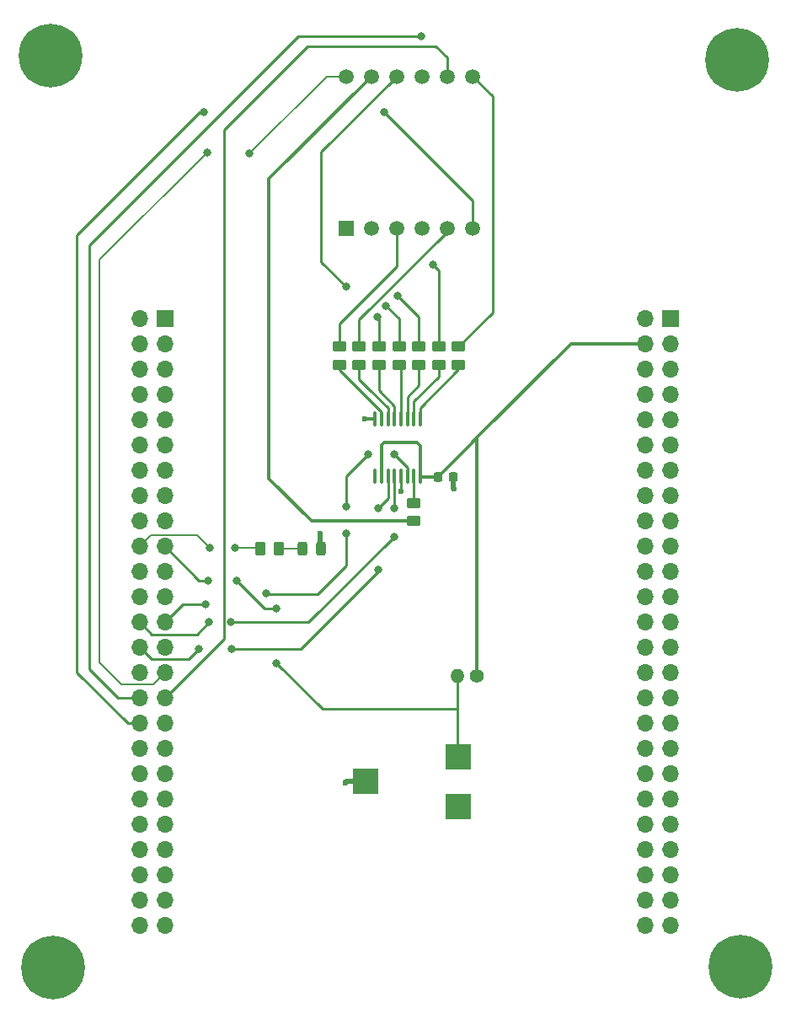
<source format=gbr>
%TF.GenerationSoftware,KiCad,Pcbnew,(7.0.0)*%
%TF.CreationDate,2023-06-01T01:21:07-06:00*%
%TF.ProjectId,FinalProject,46696e61-6c50-4726-9f6a-6563742e6b69,rev?*%
%TF.SameCoordinates,Original*%
%TF.FileFunction,Copper,L1,Top*%
%TF.FilePolarity,Positive*%
%FSLAX46Y46*%
G04 Gerber Fmt 4.6, Leading zero omitted, Abs format (unit mm)*
G04 Created by KiCad (PCBNEW (7.0.0)) date 2023-06-01 01:21:07*
%MOMM*%
%LPD*%
G01*
G04 APERTURE LIST*
G04 Aperture macros list*
%AMRoundRect*
0 Rectangle with rounded corners*
0 $1 Rounding radius*
0 $2 $3 $4 $5 $6 $7 $8 $9 X,Y pos of 4 corners*
0 Add a 4 corners polygon primitive as box body*
4,1,4,$2,$3,$4,$5,$6,$7,$8,$9,$2,$3,0*
0 Add four circle primitives for the rounded corners*
1,1,$1+$1,$2,$3*
1,1,$1+$1,$4,$5*
1,1,$1+$1,$6,$7*
1,1,$1+$1,$8,$9*
0 Add four rect primitives between the rounded corners*
20,1,$1+$1,$2,$3,$4,$5,0*
20,1,$1+$1,$4,$5,$6,$7,0*
20,1,$1+$1,$6,$7,$8,$9,0*
20,1,$1+$1,$8,$9,$2,$3,0*%
G04 Aperture macros list end*
%TA.AperFunction,ComponentPad*%
%ADD10O,1.400000X1.400000*%
%TD*%
%TA.AperFunction,ComponentPad*%
%ADD11C,1.400000*%
%TD*%
%TA.AperFunction,ComponentPad*%
%ADD12R,1.700000X1.700000*%
%TD*%
%TA.AperFunction,ComponentPad*%
%ADD13O,1.700000X1.700000*%
%TD*%
%TA.AperFunction,SMDPad,CuDef*%
%ADD14RoundRect,0.250000X0.450000X-0.262500X0.450000X0.262500X-0.450000X0.262500X-0.450000X-0.262500X0*%
%TD*%
%TA.AperFunction,SMDPad,CuDef*%
%ADD15RoundRect,0.250000X-0.450000X0.262500X-0.450000X-0.262500X0.450000X-0.262500X0.450000X0.262500X0*%
%TD*%
%TA.AperFunction,ComponentPad*%
%ADD16C,6.400000*%
%TD*%
%TA.AperFunction,SMDPad,CuDef*%
%ADD17RoundRect,0.225000X-0.225000X-0.250000X0.225000X-0.250000X0.225000X0.250000X-0.225000X0.250000X0*%
%TD*%
%TA.AperFunction,SMDPad,CuDef*%
%ADD18RoundRect,0.100000X-0.100000X0.637500X-0.100000X-0.637500X0.100000X-0.637500X0.100000X0.637500X0*%
%TD*%
%TA.AperFunction,SMDPad,CuDef*%
%ADD19RoundRect,0.250000X0.262500X0.450000X-0.262500X0.450000X-0.262500X-0.450000X0.262500X-0.450000X0*%
%TD*%
%TA.AperFunction,SMDPad,CuDef*%
%ADD20RoundRect,0.243750X0.243750X0.456250X-0.243750X0.456250X-0.243750X-0.456250X0.243750X-0.456250X0*%
%TD*%
%TA.AperFunction,ComponentPad*%
%ADD21R,1.500000X1.500000*%
%TD*%
%TA.AperFunction,ComponentPad*%
%ADD22C,1.500000*%
%TD*%
%TA.AperFunction,SMDPad,CuDef*%
%ADD23R,2.500000X2.500000*%
%TD*%
%TA.AperFunction,ViaPad*%
%ADD24C,0.600000*%
%TD*%
%TA.AperFunction,ViaPad*%
%ADD25C,0.800000*%
%TD*%
%TA.AperFunction,Conductor*%
%ADD26C,0.304800*%
%TD*%
%TA.AperFunction,Conductor*%
%ADD27C,0.508000*%
%TD*%
%TA.AperFunction,Conductor*%
%ADD28C,0.254000*%
%TD*%
%TA.AperFunction,Conductor*%
%ADD29C,0.203200*%
%TD*%
G04 APERTURE END LIST*
D10*
%TO.P,R9,2*%
%TO.N,LightSensor*%
X153104999Y-87399999D03*
D11*
%TO.P,R9,1*%
%TO.N,+5V*%
X155005000Y-87400000D03*
%TD*%
D12*
%TO.P,J2,1,Pin_1*%
%TO.N,GND*%
X174467499Y-51499999D03*
D13*
%TO.P,J2,2,Pin_2*%
X171927499Y-51499999D03*
%TO.P,J2,3,Pin_3*%
%TO.N,+5V*%
X174467499Y-54039999D03*
%TO.P,J2,4,Pin_4*%
X171927499Y-54039999D03*
%TO.P,J2,5,Pin_5*%
%TO.N,+3V0*%
X174467499Y-56579999D03*
%TO.P,J2,6,Pin_6*%
X171927499Y-56579999D03*
%TO.P,J2,7,Pin_7*%
%TO.N,unconnected-(J2-Pin_7-Pad7)*%
X174467499Y-59119999D03*
%TO.P,J2,8,Pin_8*%
%TO.N,unconnected-(J2-Pin_8-Pad8)*%
X171927499Y-59119999D03*
%TO.P,J2,9,Pin_9*%
%TO.N,unconnected-(J2-Pin_9-Pad9)*%
X174467499Y-61659999D03*
%TO.P,J2,10,Pin_10*%
%TO.N,unconnected-(J2-Pin_10-Pad10)*%
X171927499Y-61659999D03*
%TO.P,J2,11,Pin_11*%
%TO.N,unconnected-(J2-Pin_11-Pad11)*%
X174467499Y-64199999D03*
%TO.P,J2,12,Pin_12*%
%TO.N,unconnected-(J2-Pin_12-Pad12)*%
X171927499Y-64199999D03*
%TO.P,J2,13,Pin_13*%
%TO.N,unconnected-(J2-Pin_13-Pad13)*%
X174467499Y-66739999D03*
%TO.P,J2,14,Pin_14*%
%TO.N,unconnected-(J2-Pin_14-Pad14)*%
X171927499Y-66739999D03*
%TO.P,J2,15,Pin_15*%
%TO.N,unconnected-(J2-Pin_15-Pad15)*%
X174467499Y-69279999D03*
%TO.P,J2,16,Pin_16*%
%TO.N,unconnected-(J2-Pin_16-Pad16)*%
X171927499Y-69279999D03*
%TO.P,J2,17,Pin_17*%
%TO.N,unconnected-(J2-Pin_17-Pad17)*%
X174467499Y-71819999D03*
%TO.P,J2,18,Pin_18*%
%TO.N,unconnected-(J2-Pin_18-Pad18)*%
X171927499Y-71819999D03*
%TO.P,J2,19,Pin_19*%
%TO.N,unconnected-(J2-Pin_19-Pad19)*%
X174467499Y-74359999D03*
%TO.P,J2,20,Pin_20*%
%TO.N,unconnected-(J2-Pin_20-Pad20)*%
X171927499Y-74359999D03*
%TO.P,J2,21,Pin_21*%
%TO.N,unconnected-(J2-Pin_21-Pad21)*%
X174467499Y-76899999D03*
%TO.P,J2,22,Pin_22*%
%TO.N,unconnected-(J2-Pin_22-Pad22)*%
X171927499Y-76899999D03*
%TO.P,J2,23,Pin_23*%
%TO.N,unconnected-(J2-Pin_23-Pad23)*%
X174467499Y-79439999D03*
%TO.P,J2,24,Pin_24*%
%TO.N,unconnected-(J2-Pin_24-Pad24)*%
X171927499Y-79439999D03*
%TO.P,J2,25,Pin_25*%
%TO.N,unconnected-(J2-Pin_25-Pad25)*%
X174467499Y-81979999D03*
%TO.P,J2,26,Pin_26*%
%TO.N,unconnected-(J2-Pin_26-Pad26)*%
X171927499Y-81979999D03*
%TO.P,J2,27,Pin_27*%
%TO.N,unconnected-(J2-Pin_27-Pad27)*%
X174467499Y-84519999D03*
%TO.P,J2,28,Pin_28*%
%TO.N,unconnected-(J2-Pin_28-Pad28)*%
X171927499Y-84519999D03*
%TO.P,J2,29,Pin_29*%
%TO.N,unconnected-(J2-Pin_29-Pad29)*%
X174467499Y-87059999D03*
%TO.P,J2,30,Pin_30*%
%TO.N,unconnected-(J2-Pin_30-Pad30)*%
X171927499Y-87059999D03*
%TO.P,J2,31,Pin_31*%
%TO.N,unconnected-(J2-Pin_31-Pad31)*%
X174467499Y-89599999D03*
%TO.P,J2,32,Pin_32*%
%TO.N,unconnected-(J2-Pin_32-Pad32)*%
X171927499Y-89599999D03*
%TO.P,J2,33,Pin_33*%
%TO.N,unconnected-(J2-Pin_33-Pad33)*%
X174467499Y-92139999D03*
%TO.P,J2,34,Pin_34*%
%TO.N,unconnected-(J2-Pin_34-Pad34)*%
X171927499Y-92139999D03*
%TO.P,J2,35,Pin_35*%
%TO.N,unconnected-(J2-Pin_35-Pad35)*%
X174467499Y-94679999D03*
%TO.P,J2,36,Pin_36*%
%TO.N,unconnected-(J2-Pin_36-Pad36)*%
X171927499Y-94679999D03*
%TO.P,J2,37,Pin_37*%
%TO.N,unconnected-(J2-Pin_37-Pad37)*%
X174467499Y-97219999D03*
%TO.P,J2,38,Pin_38*%
%TO.N,unconnected-(J2-Pin_38-Pad38)*%
X171927499Y-97219999D03*
%TO.P,J2,39,Pin_39*%
%TO.N,unconnected-(J2-Pin_39-Pad39)*%
X174467499Y-99759999D03*
%TO.P,J2,40,Pin_40*%
%TO.N,unconnected-(J2-Pin_40-Pad40)*%
X171927499Y-99759999D03*
%TO.P,J2,41,Pin_41*%
%TO.N,unconnected-(J2-Pin_41-Pad41)*%
X174467499Y-102299999D03*
%TO.P,J2,42,Pin_42*%
%TO.N,unconnected-(J2-Pin_42-Pad42)*%
X171927499Y-102299999D03*
%TO.P,J2,43,Pin_43*%
%TO.N,unconnected-(J2-Pin_43-Pad43)*%
X174467499Y-104839999D03*
%TO.P,J2,44,Pin_44*%
%TO.N,unconnected-(J2-Pin_44-Pad44)*%
X171927499Y-104839999D03*
%TO.P,J2,45,Pin_45*%
%TO.N,unconnected-(J2-Pin_45-Pad45)*%
X174467499Y-107379999D03*
%TO.P,J2,46,Pin_46*%
%TO.N,unconnected-(J2-Pin_46-Pad46)*%
X171927499Y-107379999D03*
%TO.P,J2,47,Pin_47*%
%TO.N,unconnected-(J2-Pin_47-Pad47)*%
X174467499Y-109919999D03*
%TO.P,J2,48,Pin_48*%
%TO.N,unconnected-(J2-Pin_48-Pad48)*%
X171927499Y-109919999D03*
%TO.P,J2,49,Pin_49*%
%TO.N,GND*%
X174467499Y-112459999D03*
%TO.P,J2,50,Pin_50*%
X171927499Y-112459999D03*
%TD*%
D14*
%TO.P,R7,1*%
%TO.N,g*%
X143200000Y-56112500D03*
%TO.P,R7,2*%
%TO.N,Net-(U1-g)*%
X143200000Y-54287500D03*
%TD*%
D15*
%TO.P,R1,1*%
%TO.N,a*%
X148700000Y-69987500D03*
%TO.P,R1,2*%
%TO.N,Net-(U1-a)*%
X148700000Y-71812500D03*
%TD*%
D14*
%TO.P,R5,1*%
%TO.N,e*%
X147200000Y-56112500D03*
%TO.P,R5,2*%
%TO.N,Net-(U1-e)*%
X147200000Y-54287500D03*
%TD*%
%TO.P,R2,1*%
%TO.N,b*%
X153200000Y-56112500D03*
%TO.P,R2,2*%
%TO.N,Net-(U1-b)*%
X153200000Y-54287500D03*
%TD*%
D16*
%TO.P,H3,1*%
%TO.N,N/C*%
X181200000Y-25500000D03*
%TD*%
D14*
%TO.P,R3,1*%
%TO.N,c*%
X151200000Y-56112500D03*
%TO.P,R3,2*%
%TO.N,Net-(U1-c)*%
X151200000Y-54287500D03*
%TD*%
D17*
%TO.P,C1,1*%
%TO.N,+5V*%
X151125000Y-67400000D03*
%TO.P,C1,2*%
%TO.N,GND*%
X152675000Y-67400000D03*
%TD*%
D18*
%TO.P,U2,1,QB*%
%TO.N,b*%
X149350000Y-61575000D03*
%TO.P,U2,2,QC*%
%TO.N,c*%
X148700000Y-61575000D03*
%TO.P,U2,3,QD*%
%TO.N,d*%
X148050000Y-61575000D03*
%TO.P,U2,4,QE*%
%TO.N,e*%
X147400000Y-61575000D03*
%TO.P,U2,5,QF*%
%TO.N,f*%
X146750000Y-61575000D03*
%TO.P,U2,6,QG*%
%TO.N,g*%
X146100000Y-61575000D03*
%TO.P,U2,7,QH*%
%TO.N,dp*%
X145450000Y-61575000D03*
%TO.P,U2,8,GND*%
%TO.N,GND*%
X144800000Y-61575000D03*
%TO.P,U2,9,QH'*%
%TO.N,unconnected-(U2-QH'-Pad9)*%
X144800000Y-67300000D03*
%TO.P,U2,10,~{SRCLR}*%
%TO.N,+5V*%
X145450000Y-67300000D03*
%TO.P,U2,11,SRCLK*%
%TO.N,SH_CP*%
X146100000Y-67300000D03*
%TO.P,U2,12,RCLK*%
%TO.N,ST_CP*%
X146750000Y-67300000D03*
%TO.P,U2,13,~{OE}*%
%TO.N,GND*%
X147400000Y-67300000D03*
%TO.P,U2,14,SER*%
%TO.N,DS*%
X148050000Y-67300000D03*
%TO.P,U2,15,QA*%
%TO.N,a*%
X148700000Y-67300000D03*
%TO.P,U2,16,VCC*%
%TO.N,+5V*%
X149350000Y-67300000D03*
%TD*%
D16*
%TO.P,H4,1*%
%TO.N,N/C*%
X181500000Y-116600000D03*
%TD*%
D14*
%TO.P,R8,1*%
%TO.N,dp*%
X141200000Y-56112500D03*
%TO.P,R8,2*%
%TO.N,Net-(U1-DPX)*%
X141200000Y-54287500D03*
%TD*%
D16*
%TO.P,H2,1*%
%TO.N,N/C*%
X112200000Y-25100000D03*
%TD*%
D19*
%TO.P,R10,1*%
%TO.N,Net-(D1-A)*%
X135112500Y-74600000D03*
%TO.P,R10,2*%
%TO.N,LED*%
X133287500Y-74600000D03*
%TD*%
D14*
%TO.P,R4,1*%
%TO.N,d*%
X149200000Y-56112500D03*
%TO.P,R4,2*%
%TO.N,Net-(U1-d)*%
X149200000Y-54287500D03*
%TD*%
D20*
%TO.P,D1,1,K*%
%TO.N,GND*%
X139337500Y-74600000D03*
%TO.P,D1,2,A*%
%TO.N,Net-(D1-A)*%
X137462500Y-74600000D03*
%TD*%
D21*
%TO.P,U1,1,e*%
%TO.N,Net-(U1-e)*%
X141899999Y-42399999D03*
D22*
%TO.P,U1,2,d*%
%TO.N,Net-(U1-d)*%
X144440000Y-42400000D03*
%TO.P,U1,3,DPX*%
%TO.N,Net-(U1-DPX)*%
X146980000Y-42400000D03*
%TO.P,U1,4,c*%
%TO.N,Net-(U1-c)*%
X149520000Y-42400000D03*
%TO.P,U1,5,g*%
%TO.N,Net-(U1-g)*%
X152060000Y-42400000D03*
%TO.P,U1,6,CA4*%
%TO.N,Dig4*%
X154600000Y-42400000D03*
%TO.P,U1,7,b*%
%TO.N,Net-(U1-b)*%
X154600000Y-27160000D03*
%TO.P,U1,8,CA3*%
%TO.N,Dig3*%
X152060000Y-27160000D03*
%TO.P,U1,9,CA2*%
%TO.N,Dig2*%
X149520000Y-27160000D03*
%TO.P,U1,10,f*%
%TO.N,Net-(U1-f)*%
X146980000Y-27160000D03*
%TO.P,U1,11,a*%
%TO.N,Net-(U1-a)*%
X144440000Y-27160000D03*
%TO.P,U1,12,CA1*%
%TO.N,Dig1*%
X141900000Y-27160000D03*
%TD*%
D23*
%TO.P,RV1,1,1*%
%TO.N,LightSensor*%
X153124999Y-95499999D03*
%TO.P,RV1,2,2*%
%TO.N,GND*%
X143874999Y-97999999D03*
%TO.P,RV1,3,3*%
%TO.N,unconnected-(RV1-Pad3)*%
X153124999Y-100499999D03*
%TD*%
D12*
%TO.P,J1,1,Pin_1*%
%TO.N,GND*%
X123677499Y-51499999D03*
D13*
%TO.P,J1,2,Pin_2*%
X121137499Y-51499999D03*
%TO.P,J1,3,Pin_3*%
%TO.N,unconnected-(J1-Pin_3-Pad3)*%
X123677499Y-54039999D03*
%TO.P,J1,4,Pin_4*%
%TO.N,unconnected-(J1-Pin_4-Pad4)*%
X121137499Y-54039999D03*
%TO.P,J1,5,Pin_5*%
%TO.N,unconnected-(J1-Pin_5-Pad5)*%
X123677499Y-56579999D03*
%TO.P,J1,6,Pin_6*%
%TO.N,GND*%
X121137499Y-56579999D03*
%TO.P,J1,7,Pin_7*%
%TO.N,unconnected-(J1-Pin_7-Pad7)*%
X123677499Y-59119999D03*
%TO.P,J1,8,Pin_8*%
%TO.N,unconnected-(J1-Pin_8-Pad8)*%
X121137499Y-59119999D03*
%TO.P,J1,9,Pin_9*%
%TO.N,unconnected-(J1-Pin_9-Pad9)*%
X123677499Y-61659999D03*
%TO.P,J1,10,Pin_10*%
%TO.N,unconnected-(J1-Pin_10-Pad10)*%
X121137499Y-61659999D03*
%TO.P,J1,11,Pin_11*%
%TO.N,unconnected-(J1-Pin_11-Pad11)*%
X123677499Y-64199999D03*
%TO.P,J1,12,Pin_12*%
%TO.N,unconnected-(J1-Pin_12-Pad12)*%
X121137499Y-64199999D03*
%TO.P,J1,13,Pin_13*%
%TO.N,unconnected-(J1-Pin_13-Pad13)*%
X123677499Y-66739999D03*
%TO.P,J1,14,Pin_14*%
%TO.N,unconnected-(J1-Pin_14-Pad14)*%
X121137499Y-66739999D03*
%TO.P,J1,15,Pin_15*%
%TO.N,unconnected-(J1-Pin_15-Pad15)*%
X123677499Y-69279999D03*
%TO.P,J1,16,Pin_16*%
%TO.N,unconnected-(J1-Pin_16-Pad16)*%
X121137499Y-69279999D03*
%TO.P,J1,17,Pin_17*%
%TO.N,unconnected-(J1-Pin_17-Pad17)*%
X123677499Y-71819999D03*
%TO.P,J1,18,Pin_18*%
%TO.N,unconnected-(J1-Pin_18-Pad18)*%
X121137499Y-71819999D03*
%TO.P,J1,19,Pin_19*%
%TO.N,LightSensor*%
X123677499Y-74359999D03*
%TO.P,J1,20,Pin_20*%
%TO.N,LED*%
X121137499Y-74359999D03*
%TO.P,J1,21,Pin_21*%
%TO.N,unconnected-(J1-Pin_21-Pad21)*%
X123677499Y-76899999D03*
%TO.P,J1,22,Pin_22*%
%TO.N,unconnected-(J1-Pin_22-Pad22)*%
X121137499Y-76899999D03*
%TO.P,J1,23,Pin_23*%
%TO.N,unconnected-(J1-Pin_23-Pad23)*%
X123677499Y-79439999D03*
%TO.P,J1,24,Pin_24*%
%TO.N,GND*%
X121137499Y-79439999D03*
%TO.P,J1,25,Pin_25*%
%TO.N,DS*%
X123677499Y-81979999D03*
%TO.P,J1,26,Pin_26*%
%TO.N,ST_CP*%
X121137499Y-81979999D03*
%TO.P,J1,27,Pin_27*%
%TO.N,unconnected-(J1-Pin_27-Pad27)*%
X123677499Y-84519999D03*
%TO.P,J1,28,Pin_28*%
%TO.N,SH_CP*%
X121137499Y-84519999D03*
%TO.P,J1,29,Pin_29*%
%TO.N,Dig1*%
X123677499Y-87059999D03*
%TO.P,J1,30,Pin_30*%
%TO.N,unconnected-(J1-Pin_30-Pad30)*%
X121137499Y-87059999D03*
%TO.P,J1,31,Pin_31*%
%TO.N,Dig3*%
X123677499Y-89599999D03*
%TO.P,J1,32,Pin_32*%
%TO.N,Dig2*%
X121137499Y-89599999D03*
%TO.P,J1,33,Pin_33*%
%TO.N,unconnected-(J1-Pin_33-Pad33)*%
X123677499Y-92139999D03*
%TO.P,J1,34,Pin_34*%
%TO.N,Dig4*%
X121137499Y-92139999D03*
%TO.P,J1,35,Pin_35*%
%TO.N,unconnected-(J1-Pin_35-Pad35)*%
X123677499Y-94679999D03*
%TO.P,J1,36,Pin_36*%
%TO.N,unconnected-(J1-Pin_36-Pad36)*%
X121137499Y-94679999D03*
%TO.P,J1,37,Pin_37*%
%TO.N,unconnected-(J1-Pin_37-Pad37)*%
X123677499Y-97219999D03*
%TO.P,J1,38,Pin_38*%
%TO.N,unconnected-(J1-Pin_38-Pad38)*%
X121137499Y-97219999D03*
%TO.P,J1,39,Pin_39*%
%TO.N,unconnected-(J1-Pin_39-Pad39)*%
X123677499Y-99759999D03*
%TO.P,J1,40,Pin_40*%
%TO.N,unconnected-(J1-Pin_40-Pad40)*%
X121137499Y-99759999D03*
%TO.P,J1,41,Pin_41*%
%TO.N,unconnected-(J1-Pin_41-Pad41)*%
X123677499Y-102299999D03*
%TO.P,J1,42,Pin_42*%
%TO.N,unconnected-(J1-Pin_42-Pad42)*%
X121137499Y-102299999D03*
%TO.P,J1,43,Pin_43*%
%TO.N,unconnected-(J1-Pin_43-Pad43)*%
X123677499Y-104839999D03*
%TO.P,J1,44,Pin_44*%
%TO.N,unconnected-(J1-Pin_44-Pad44)*%
X121137499Y-104839999D03*
%TO.P,J1,45,Pin_45*%
%TO.N,unconnected-(J1-Pin_45-Pad45)*%
X123677499Y-107379999D03*
%TO.P,J1,46,Pin_46*%
%TO.N,unconnected-(J1-Pin_46-Pad46)*%
X121137499Y-107379999D03*
%TO.P,J1,47,Pin_47*%
%TO.N,unconnected-(J1-Pin_47-Pad47)*%
X123677499Y-109919999D03*
%TO.P,J1,48,Pin_48*%
%TO.N,unconnected-(J1-Pin_48-Pad48)*%
X121137499Y-109919999D03*
%TO.P,J1,49,Pin_49*%
%TO.N,GND*%
X123677499Y-112459999D03*
%TO.P,J1,50,Pin_50*%
X121137499Y-112459999D03*
%TD*%
D14*
%TO.P,R6,1*%
%TO.N,f*%
X145200000Y-56112500D03*
%TO.P,R6,2*%
%TO.N,Net-(U1-f)*%
X145200000Y-54287500D03*
%TD*%
D16*
%TO.P,H1,1*%
%TO.N,N/C*%
X112400000Y-116700000D03*
%TD*%
D24*
%TO.N,GND*%
X152700000Y-68600000D03*
D25*
%TO.N,Dig4*%
X145700000Y-30700000D03*
X127600000Y-30700000D03*
%TO.N,Dig1*%
X127900000Y-34800000D03*
X132200000Y-34900000D03*
%TO.N,DS*%
X133900000Y-79100000D03*
X127800000Y-80200000D03*
X141900000Y-73100000D03*
X141900000Y-70400000D03*
X144100000Y-65100000D03*
X146700000Y-65100000D03*
D24*
%TO.N,GND*%
X147400000Y-68800000D03*
D25*
%TO.N,LightSensor*%
X128000000Y-77800000D03*
X130900000Y-77800000D03*
X134900000Y-80600000D03*
X134900000Y-86100000D03*
D24*
%TO.N,GND*%
X141800000Y-98100000D03*
D25*
%TO.N,SH_CP*%
X145100000Y-76700000D03*
X130400000Y-84700000D03*
X127100000Y-84700000D03*
X145100000Y-70500000D03*
%TO.N,ST_CP*%
X128100000Y-82000000D03*
X130326500Y-82000000D03*
X146700000Y-73400000D03*
X146700000Y-70500000D03*
D24*
%TO.N,GND*%
X139300000Y-73100000D03*
D25*
%TO.N,LED*%
X130700000Y-74500000D03*
X128200000Y-74500000D03*
D24*
%TO.N,GND*%
X143800000Y-61600000D03*
D25*
%TO.N,Dig2*%
X149400000Y-23100000D03*
%TO.N,Net-(U1-c)*%
X150600000Y-46100000D03*
%TO.N,Net-(U1-d)*%
X147100000Y-49200000D03*
%TO.N,Net-(U1-e)*%
X145900000Y-50200000D03*
%TO.N,Net-(U1-f)*%
X141900000Y-48300000D03*
X145000000Y-51300000D03*
%TD*%
D26*
%TO.N,+5V*%
X149350000Y-64250000D02*
X149350000Y-67300000D01*
X149000000Y-63900000D02*
X149350000Y-64250000D01*
X145700000Y-63900000D02*
X149000000Y-63900000D01*
X145450000Y-64150000D02*
X145700000Y-63900000D01*
X145450000Y-67300000D02*
X145450000Y-64150000D01*
D27*
%TO.N,GND*%
X152675000Y-68575000D02*
X152700000Y-68600000D01*
X152675000Y-67400000D02*
X152675000Y-68575000D01*
D28*
%TO.N,Dig4*%
X154600000Y-39600000D02*
X154600000Y-42400000D01*
X145700000Y-30700000D02*
X154600000Y-39600000D01*
X127200000Y-30700000D02*
X127600000Y-30700000D01*
X114800000Y-43100000D02*
X127200000Y-30700000D01*
X114800000Y-87004581D02*
X114800000Y-43100000D01*
X119935419Y-92140000D02*
X114800000Y-87004581D01*
X121137500Y-92140000D02*
X119935419Y-92140000D01*
D29*
%TO.N,Dig1*%
X122500500Y-88237000D02*
X123677500Y-87060000D01*
X119337000Y-88237000D02*
X122500500Y-88237000D01*
X117100000Y-86000000D02*
X119337000Y-88237000D01*
X117100000Y-45600000D02*
X117100000Y-86000000D01*
X127900000Y-34800000D02*
X117100000Y-45600000D01*
D28*
%TO.N,Dig2*%
X137100000Y-23100000D02*
X149400000Y-23100000D01*
X116100000Y-86700000D02*
X116100000Y-44100000D01*
X116100000Y-44100000D02*
X137100000Y-23100000D01*
X119000000Y-89600000D02*
X116100000Y-86700000D01*
X121137500Y-89600000D02*
X119000000Y-89600000D01*
D29*
%TO.N,Dig1*%
X139940000Y-27160000D02*
X132200000Y-34900000D01*
X141900000Y-27160000D02*
X139940000Y-27160000D01*
D28*
%TO.N,DS*%
X125457500Y-80200000D02*
X123677500Y-81980000D01*
X127800000Y-80200000D02*
X125457500Y-80200000D01*
X139000000Y-79200000D02*
X134000000Y-79200000D01*
X141900000Y-76300000D02*
X139000000Y-79200000D01*
X141900000Y-73100000D02*
X141900000Y-76300000D01*
X134000000Y-79200000D02*
X133900000Y-79100000D01*
X144100000Y-65100000D02*
X141900000Y-67300000D01*
X148050000Y-66450000D02*
X146700000Y-65100000D01*
X141900000Y-67300000D02*
X141900000Y-70400000D01*
X148050000Y-67300000D02*
X148050000Y-66450000D01*
%TO.N,GND*%
X147400000Y-67300000D02*
X147400000Y-68800000D01*
%TO.N,LightSensor*%
X127117500Y-77800000D02*
X123677500Y-74360000D01*
X128000000Y-77800000D02*
X127117500Y-77800000D01*
X133700000Y-80600000D02*
X130900000Y-77800000D01*
X134900000Y-80600000D02*
X133700000Y-80600000D01*
X153105000Y-90700000D02*
X139500000Y-90700000D01*
X153105000Y-90700000D02*
X153105000Y-95480000D01*
X139500000Y-90700000D02*
X134900000Y-86100000D01*
X153105000Y-87400000D02*
X153105000Y-90700000D01*
D27*
%TO.N,GND*%
X141900000Y-98000000D02*
X141800000Y-98100000D01*
X143875000Y-98000000D02*
X141900000Y-98000000D01*
D26*
%TO.N,+5V*%
X155005000Y-63520000D02*
X155062500Y-63462500D01*
X155062500Y-63462500D02*
X154462500Y-64062500D01*
X155005000Y-87400000D02*
X155005000Y-63520000D01*
X164485000Y-54040000D02*
X155062500Y-63462500D01*
D28*
%TO.N,LightSensor*%
X153105000Y-95480000D02*
X153125000Y-95500000D01*
D26*
%TO.N,+5V*%
X154462500Y-64062500D02*
X151125000Y-67400000D01*
D28*
%TO.N,SH_CP*%
X137300000Y-84700000D02*
X130400000Y-84700000D01*
X145100000Y-76900000D02*
X137300000Y-84700000D01*
X145100000Y-76700000D02*
X145100000Y-76900000D01*
X126103000Y-85697000D02*
X127100000Y-84700000D01*
X122314500Y-85697000D02*
X126103000Y-85697000D01*
X121137500Y-84520000D02*
X122314500Y-85697000D01*
%TO.N,ST_CP*%
X126900000Y-83200000D02*
X128100000Y-82000000D01*
X122357500Y-83200000D02*
X126900000Y-83200000D01*
X121137500Y-81980000D02*
X122357500Y-83200000D01*
%TO.N,SH_CP*%
X146100000Y-67300000D02*
X146100000Y-69500000D01*
X146100000Y-69500000D02*
X145100000Y-70500000D01*
%TO.N,ST_CP*%
X130800000Y-82000000D02*
X130326500Y-82000000D01*
X138100000Y-82000000D02*
X130800000Y-82000000D01*
X146700000Y-73400000D02*
X138100000Y-82000000D01*
X146750000Y-70450000D02*
X146700000Y-70500000D01*
X146750000Y-67300000D02*
X146750000Y-70450000D01*
D26*
%TO.N,Net-(U1-a)*%
X134152400Y-37447600D02*
X144440000Y-27160000D01*
X138412500Y-71812500D02*
X134152400Y-67552400D01*
X134152400Y-67552400D02*
X134152400Y-37447600D01*
X148700000Y-71812500D02*
X138412500Y-71812500D01*
%TO.N,+5V*%
X149450000Y-67400000D02*
X149350000Y-67300000D01*
X151125000Y-67400000D02*
X149450000Y-67400000D01*
X171927500Y-54040000D02*
X164485000Y-54040000D01*
D27*
%TO.N,GND*%
X139300000Y-74562500D02*
X139337500Y-74600000D01*
X139300000Y-73100000D02*
X139300000Y-74562500D01*
D29*
%TO.N,Net-(D1-A)*%
X135112500Y-74600000D02*
X137462500Y-74600000D01*
%TO.N,LED*%
X126908400Y-73208400D02*
X128200000Y-74500000D01*
X122289100Y-73208400D02*
X126908400Y-73208400D01*
X121137500Y-74360000D02*
X122289100Y-73208400D01*
X130700000Y-74500000D02*
X133187500Y-74500000D01*
X133187500Y-74500000D02*
X133287500Y-74600000D01*
D26*
%TO.N,GND*%
X143825000Y-61575000D02*
X143800000Y-61600000D01*
X144800000Y-61575000D02*
X143825000Y-61575000D01*
D28*
%TO.N,Dig3*%
X129600000Y-83677500D02*
X123677500Y-89600000D01*
X129600000Y-32500000D02*
X129600000Y-83677500D01*
X152060000Y-27160000D02*
X152060000Y-25260000D01*
X150900000Y-24100000D02*
X138000000Y-24100000D01*
X152060000Y-25260000D02*
X150900000Y-24100000D01*
X138000000Y-24100000D02*
X129600000Y-32500000D01*
%TO.N,a*%
X148700000Y-67300000D02*
X148700000Y-69987500D01*
%TO.N,b*%
X153200000Y-56112500D02*
X153200000Y-56600000D01*
X149350000Y-60450000D02*
X149350000Y-61575000D01*
X153200000Y-56600000D02*
X149350000Y-60450000D01*
%TO.N,Net-(U1-b)*%
X154600000Y-27160000D02*
X156600000Y-29160000D01*
X156600000Y-29160000D02*
X156600000Y-50887500D01*
X156600000Y-50887500D02*
X153200000Y-54287500D01*
%TO.N,c*%
X151200000Y-57300000D02*
X148700000Y-59800000D01*
X151200000Y-56112500D02*
X151200000Y-57300000D01*
X148700000Y-59800000D02*
X148700000Y-61575000D01*
%TO.N,Net-(U1-c)*%
X151200000Y-54287500D02*
X151200000Y-46700000D01*
X151200000Y-46700000D02*
X150600000Y-46100000D01*
%TO.N,d*%
X149200000Y-56112500D02*
X149200000Y-58200000D01*
X148050000Y-59350000D02*
X148050000Y-61575000D01*
X149200000Y-58200000D02*
X148050000Y-59350000D01*
%TO.N,Net-(U1-d)*%
X149200000Y-54287500D02*
X149200000Y-51300000D01*
X149200000Y-51300000D02*
X147100000Y-49200000D01*
%TO.N,e*%
X147400000Y-56312500D02*
X147400000Y-61575000D01*
X147200000Y-56112500D02*
X147400000Y-56312500D01*
%TO.N,Net-(U1-e)*%
X147200000Y-54287500D02*
X147200000Y-51500000D01*
X147200000Y-51500000D02*
X145900000Y-50200000D01*
%TO.N,f*%
X146750000Y-60250000D02*
X146750000Y-61575000D01*
X145200000Y-58700000D02*
X146750000Y-60250000D01*
X145200000Y-56112500D02*
X145200000Y-58700000D01*
%TO.N,Net-(U1-f)*%
X145200000Y-54287500D02*
X145200000Y-51500000D01*
X145200000Y-51500000D02*
X145000000Y-51300000D01*
X139400000Y-45800000D02*
X139400000Y-34740000D01*
X141900000Y-48300000D02*
X139400000Y-45800000D01*
X139400000Y-34740000D02*
X146980000Y-27160000D01*
%TO.N,g*%
X143200000Y-56112500D02*
X143200000Y-57606250D01*
X144100000Y-58506250D02*
X144106250Y-58506250D01*
X144106250Y-58506250D02*
X146100000Y-60500000D01*
X143200000Y-57606250D02*
X144100000Y-58506250D01*
X146100000Y-60500000D02*
X146100000Y-61575000D01*
%TO.N,Net-(U1-g)*%
X143200000Y-51600000D02*
X143200000Y-54287500D01*
X152060000Y-42400000D02*
X152060000Y-42740000D01*
X152060000Y-42740000D02*
X143200000Y-51600000D01*
%TO.N,dp*%
X145450000Y-60883631D02*
X145450000Y-61575000D01*
X141200000Y-56633631D02*
X145450000Y-60883631D01*
X141200000Y-56112500D02*
X141200000Y-56633631D01*
%TO.N,Net-(U1-DPX)*%
X141200000Y-52000000D02*
X141200000Y-54287500D01*
X146980000Y-46220000D02*
X141200000Y-52000000D01*
X146980000Y-42400000D02*
X146980000Y-46220000D01*
%TD*%
M02*

</source>
